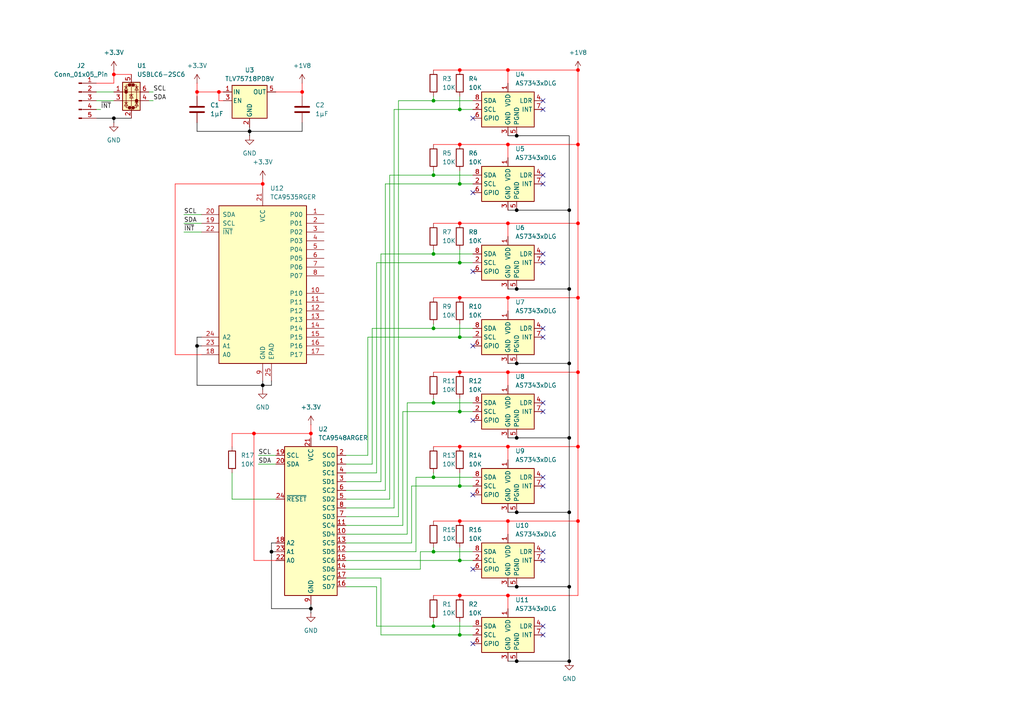
<source format=kicad_sch>
(kicad_sch (version 20250114) (generator "eeschema") (generator_version "9.0")
  (paper "A4")
  (lib_symbols
    (symbol "Connector:Conn_01x05_Pin" (pin_names (offset 1.016) (hide yes))
      (property "Reference" "J" (at 0 7.62 0))
      (property "Value" "Conn_01x05_Pin" (at 0 -7.62 0))
      (symbol "Conn_01x05_Pin_1_1"
        (rectangle (start 0.8636 5.207) (end 0 4.953) (stroke (width 0.1524)) (fill (type outline)))
        (rectangle (start 0.8636 2.667) (end 0 2.413) (stroke (width 0.1524)) (fill (type outline)))
        (rectangle (start 0.8636 0.127) (end 0 -0.127) (stroke (width 0.1524)) (fill (type outline)))
        (rectangle (start 0.8636 -2.413) (end 0 -2.667) (stroke (width 0.1524)) (fill (type outline)))
        (rectangle (start 0.8636 -4.953) (end 0 -5.207) (stroke (width 0.1524)) (fill (type outline)))
        (polyline (pts (xy 1.27 5.08) (xy 0.8636 5.08)) (stroke (width 0.1524)))
        (polyline (pts (xy 1.27 2.54) (xy 0.8636 2.54)) (stroke (width 0.1524)))
        (polyline (pts (xy 1.27 0) (xy 0.8636 0)) (stroke (width 0.1524)))
        (polyline (pts (xy 1.27 -2.54) (xy 0.8636 -2.54)) (stroke (width 0.1524)))
        (polyline (pts (xy 1.27 -5.08) (xy 0.8636 -5.08)) (stroke (width 0.1524)))
        (pin passive line (at 5.08 5.08 180) (length 3.81) (name "Pin_1") (number "1"))
        (pin passive line (at 5.08 2.54 180) (length 3.81) (name "Pin_2") (number "2"))
        (pin passive line (at 5.08 0 180) (length 3.81) (name "Pin_3") (number "3"))
        (pin passive line (at 5.08 -2.54 180) (length 3.81) (name "Pin_4") (number "4"))
        (pin passive line (at 5.08 -5.08 180) (length 3.81) (name "Pin_5") (number "5"))
      )
    )
    (symbol "Device:C" (pin_numbers (hide yes)) (pin_names (offset 0.254))
      (property "Reference" "C" (at 0.635 2.54 0))
      (property "Value" "C" (at 0.635 -2.54 0))
      (symbol "C_0_1"
        (polyline (pts (xy -2.032 0.762) (xy 2.032 0.762)) (stroke (width 0.508)))
        (polyline (pts (xy -2.032 -0.762) (xy 2.032 -0.762)) (stroke (width 0.508)))
      )
      (symbol "C_1_1"
        (pin passive line (at 0 3.81 270) (length 2.794) (name "~") (number "1"))
        (pin passive line (at 0 -3.81 90) (length 2.794) (name "~") (number "2"))
      )
    )
    (symbol "Device:R" (pin_numbers (hide yes)) (pin_names (offset 0))
      (property "Reference" "R" (at 2.032 0 90))
      (property "Value" "R" (at 0 0 90))
      (symbol "R_0_1"
        (rectangle (start -1.016 -2.54) (end 1.016 2.54) (stroke (width 0.254)))
      )
      (symbol "R_1_1"
        (pin passive line (at 0 3.81 270) (length 1.27) (name "~") (number "1"))
        (pin passive line (at 0 -3.81 90) (length 1.27) (name "~") (number "2"))
      )
    )
    (symbol "Interface_Expansion:TCA9535RGER" (pin_names (offset 1.016))
      (property "Reference" "U" (at -11.43 24.13 0))
      (property "Value" "TCA9535RGER" (at 0 0 0))
      (symbol "TCA9535RGER_0_1"
        (rectangle (start -12.7 22.86) (end 12.7 -22.86) (stroke (width 0.254)) (fill (type background)))
      )
      (symbol "TCA9535RGER_1_1"
        (pin bidirectional line (at -17.78 20.32 0) (length 5.08) (name "SDA") (number "20"))
        (pin input line (at -17.78 17.78 0) (length 5.08) (name "SCL") (number "19"))
        (pin open_collector line (at -17.78 15.24 0) (length 5.08) (name "~{INT}") (number "22"))
        (pin input line (at -17.78 -15.24 0) (length 5.08) (name "A2") (number "24"))
        (pin input line (at -17.78 -17.78 0) (length 5.08) (name "A1") (number "23"))
        (pin input line (at -17.78 -20.32 0) (length 5.08) (name "A0") (number "18"))
        (pin power_in line (at 0 27.94 270) (length 5.08) (name "VCC") (number "21"))
        (pin power_in line (at 0 -27.94 90) (length 5.08) (name "GND") (number "9"))
        (pin input line (at 2.54 -27.94 90) (length 5.08) (name "EPAD") (number "25"))
        (pin bidirectional line (at 17.78 20.32 180) (length 5.08) (name "P00") (number "1"))
        (pin bidirectional line (at 17.78 17.78 180) (length 5.08) (name "P01") (number "2"))
        (pin bidirectional line (at 17.78 15.24 180) (length 5.08) (name "P02") (number "3"))
        (pin bidirectional line (at 17.78 12.7 180) (length 5.08) (name "P03") (number "4"))
        (pin bidirectional line (at 17.78 10.16 180) (length 5.08) (name "P04") (number "5"))
        (pin bidirectional line (at 17.78 7.62 180) (length 5.08) (name "P05") (number "6"))
        (pin bidirectional line (at 17.78 5.08 180) (length 5.08) (name "P06") (number "7"))
        (pin bidirectional line (at 17.78 2.54 180) (length 5.08) (name "P07") (number "8"))
        (pin bidirectional line (at 17.78 -2.54 180) (length 5.08) (name "P10") (number "10"))
        (pin bidirectional line (at 17.78 -5.08 180) (length 5.08) (name "P11") (number "11"))
        (pin bidirectional line (at 17.78 -7.62 180) (length 5.08) (name "P12") (number "12"))
        (pin bidirectional line (at 17.78 -10.16 180) (length 5.08) (name "P13") (number "13"))
        (pin bidirectional line (at 17.78 -12.7 180) (length 5.08) (name "P14") (number "14"))
        (pin bidirectional line (at 17.78 -15.24 180) (length 5.08) (name "P15") (number "15"))
        (pin bidirectional line (at 17.78 -17.78 180) (length 5.08) (name "P16") (number "16"))
        (pin bidirectional line (at 17.78 -20.32 180) (length 5.08) (name "P17") (number "17"))
      )
    )
    (symbol "Interface_Expansion:TCA9548ARGER"
      (property "Reference" "U" (at -7.62 21.59 0))
      (property "Value" "TCA9548ARGER" (at 1.016 21.59 0))
      (symbol "TCA9548ARGER_0_1"
        (rectangle (start -7.62 20.32) (end 7.62 -22.86) (stroke (width 0.254)) (fill (type background)))
      )
      (symbol "TCA9548ARGER_1_1"
        (pin input line (at -10.16 17.78 0) (length 2.54) (name "SCL") (number "19"))
        (pin bidirectional line (at -10.16 15.24 0) (length 2.54) (name "SDA") (number "20"))
        (pin input line (at -10.16 5.08 0) (length 2.54) (name "~{RESET}") (number "24"))
        (pin input line (at -10.16 -7.62 0) (length 2.54) (name "A2") (number "18"))
        (pin input line (at -10.16 -10.16 0) (length 2.54) (name "A1") (number "23"))
        (pin input line (at -10.16 -12.7 0) (length 2.54) (name "A0") (number "22"))
        (pin no_connect line (at -7.62 -15.24 0) (length 2.54) (hide yes) (name "1EP") (number "25"))
        (pin power_in line (at 0 22.86 270) (length 2.54) (name "VCC") (number "21"))
        (pin power_in line (at 0 -25.4 90) (length 2.54) (name "GND") (number "9"))
        (pin output line (at 10.16 17.78 180) (length 2.54) (name "SC0") (number "2"))
        (pin bidirectional line (at 10.16 15.24 180) (length 2.54) (name "SD0") (number "1"))
        (pin output line (at 10.16 12.7 180) (length 2.54) (name "SC1") (number "4"))
        (pin bidirectional line (at 10.16 10.16 180) (length 2.54) (name "SD1") (number "3"))
        (pin output line (at 10.16 7.62 180) (length 2.54) (name "SC2") (number "6"))
        (pin bidirectional line (at 10.16 5.08 180) (length 2.54) (name "SD2") (number "5"))
        (pin output line (at 10.16 2.54 180) (length 2.54) (name "SC3") (number "8"))
        (pin bidirectional line (at 10.16 0 180) (length 2.54) (name "SD3") (number "7"))
        (pin output line (at 10.16 -2.54 180) (length 2.54) (name "SC4") (number "11"))
        (pin bidirectional line (at 10.16 -5.08 180) (length 2.54) (name "SD4") (number "10"))
        (pin output line (at 10.16 -7.62 180) (length 2.54) (name "SC5") (number "13"))
        (pin bidirectional line (at 10.16 -10.16 180) (length 2.54) (name "SD5") (number "12"))
        (pin output line (at 10.16 -12.7 180) (length 2.54) (name "SC6") (number "15"))
        (pin bidirectional line (at 10.16 -15.24 180) (length 2.54) (name "SD6") (number "14"))
        (pin output line (at 10.16 -17.78 180) (length 2.54) (name "SC7") (number "17"))
        (pin bidirectional line (at 10.16 -20.32 180) (length 2.54) (name "SD7") (number "16"))
      )
    )
    (symbol "Power_Protection:USBLC6-2SC6" (pin_names (hide yes))
      (property "Reference" "U" (at 0.635 5.715 0))
      (property "Value" "USBLC6-2SC6" (at 0.635 3.81 0))
      (symbol "USBLC6-2SC6_0_0"
        (circle (center -1.524 0) (radius 0.0001) (stroke (width 0.508)))
        (circle (center -0.508 2.032) (radius 0.0001) (stroke (width 0.508)))
        (circle (center -0.508 -4.572) (radius 0.0001) (stroke (width 0.508)))
        (circle (center 0.508 2.032) (radius 0.0001) (stroke (width 0.508)))
        (circle (center 0.508 -4.572) (radius 0.0001) (stroke (width 0.508)))
        (circle (center 1.524 -2.54) (radius 0.0001) (stroke (width 0.508)))
      )
      (symbol "USBLC6-2SC6_0_1"
        (polyline (pts (xy -2.54 0) (xy 2.54 0)))
        (polyline (pts (xy -2.54 -2.54) (xy 2.54 -2.54)))
        (polyline (pts (xy -2.032 0.508) (xy -1.016 0.508) (xy -1.524 1.524) (xy -2.032 0.508)))
        (polyline (pts (xy -2.032 -3.048) (xy -1.016 -3.048)))
        (polyline (pts (xy -1.016 1.524) (xy -2.032 1.524)))
        (polyline (pts (xy -1.016 -4.064) (xy -2.032 -4.064) (xy -1.524 -3.048) (xy -1.016 -4.064)))
        (polyline (pts (xy -0.508 -1.143) (xy -0.508 -0.762) (xy 0.508 -0.762)))
        (polyline (pts (xy 0 2.54) (xy -0.508 2.032) (xy 0.508 2.032) (xy 0 1.524) (xy 0 -4.064) (xy -0.508 -4.572) (xy 0.508 -4.572) (xy 0 -5.08)))
        (polyline (pts (xy 0.508 -1.778) (xy -0.508 -1.778) (xy 0 -0.762) (xy 0.508 -1.778)))
        (polyline (pts (xy 1.016 1.524) (xy 2.032 1.524)))
        (polyline (pts (xy 1.016 -3.048) (xy 2.032 -3.048)))
        (polyline (pts (xy 2.032 0.508) (xy 1.016 0.508) (xy 1.524 1.524) (xy 2.032 0.508)))
        (polyline (pts (xy 2.032 -4.064) (xy 1.016 -4.064) (xy 1.524 -3.048) (xy 2.032 -4.064)))
      )
      (symbol "USBLC6-2SC6_1_1"
        (rectangle (start -2.54 2.794) (end 2.54 -5.334) (stroke (width 0.254)) (fill (type background)))
        (polyline (pts (xy -0.508 2.032) (xy -1.524 2.032) (xy -1.524 -4.572) (xy -0.508 -4.572)))
        (polyline (pts (xy 0.508 -4.572) (xy 1.524 -4.572) (xy 1.524 2.032) (xy 0.508 2.032)))
        (pin passive line (at -5.08 0 0) (length 2.54) (name "I/O1") (number "1"))
        (pin passive line (at -5.08 -2.54 0) (length 2.54) (name "I/O2") (number "3"))
        (pin passive line (at 0 5.08 270) (length 2.54) (name "VBUS") (number "5"))
        (pin passive line (at 0 -7.62 90) (length 2.54) (name "GND") (number "2"))
        (pin passive line (at 5.08 0 180) (length 2.54) (name "I/O1") (number "6"))
        (pin passive line (at 5.08 -2.54 180) (length 2.54) (name "I/O2") (number "4"))
      )
    )
    (symbol "Regulator_Linear:TLV75718PDBV" (pin_names (offset 0.254))
      (property "Reference" "U" (at -3.81 5.715 0))
      (property "Value" "TLV75718PDBV" (at 0 5.715 0))
      (symbol "TLV75718PDBV_0_1"
        (rectangle (start -5.08 4.445) (end 5.08 -5.08) (stroke (width 0.254)) (fill (type background)))
      )
      (symbol "TLV75718PDBV_1_1"
        (pin power_in line (at -7.62 2.54 0) (length 2.54) (name "IN") (number "1"))
        (pin input line (at -7.62 0 0) (length 2.54) (name "EN") (number "3"))
        (pin power_in line (at 0 -7.62 90) (length 2.54) (name "GND") (number "2"))
        (pin no_connect line (at 5.08 0 180) (length 2.54) (hide yes) (name "NC") (number "4"))
        (pin power_out line (at 7.62 2.54 180) (length 2.54) (name "OUT") (number "5"))
      )
    )
    (symbol "Sensor_Optical:AS7343xDLG"
      (property "Reference" "U" (at -2.54 8.255 0))
      (property "Value" "AS7343xDLG" (at -2.54 6.35 0))
      (symbol "AS7343xDLG_0_1"
        (rectangle (start -7.62 5.08) (end 7.62 -5.08) (stroke (width 0.254)) (fill (type background)))
      )
      (symbol "AS7343xDLG_1_1"
        (pin bidirectional line (at -10.16 2.54 0) (length 2.54) (name "SDA") (number "8"))
        (pin input line (at -10.16 0 0) (length 2.54) (name "SCL") (number "2"))
        (pin input line (at -10.16 -2.54 0) (length 2.54) (name "GPIO") (number "6"))
        (pin power_in line (at 0 7.62 270) (length 2.54) (name "VDD") (number "1"))
        (pin power_in line (at 0 -7.62 90) (length 2.54) (name "GND") (number "3"))
        (pin power_in line (at 2.54 -7.62 90) (length 2.54) (name "PGND") (number "5"))
        (pin passive line (at 10.16 2.54 180) (length 2.54) (name "LDR") (number "4"))
        (pin open_collector line (at 10.16 0 180) (length 2.54) (name "INT") (number "7"))
      )
    )
    (symbol "power:+1V8" (power) (pin_numbers (hide yes)) (pin_names (offset 0) (hide yes))
      (property "Value" "+1V8" (at 0 3.556 0))
      (symbol "+1V8_0_1"
        (polyline (pts (xy -0.762 1.27) (xy 0 2.54)))
        (polyline (pts (xy 0 2.54) (xy 0.762 1.27)))
        (polyline (pts (xy 0 0) (xy 0 2.54)))
      )
      (symbol "+1V8_1_1"
        (pin power_in line (at 0 0 90) (length 0) (name "~") (number "1"))
      )
    )
    (symbol "power:+3.3V" (power) (pin_numbers (hide yes)) (pin_names (offset 0) (hide yes))
      (property "Value" "+3.3V" (at 0 3.556 0))
      (symbol "+3.3V_0_1"
        (polyline (pts (xy -0.762 1.27) (xy 0 2.54)))
        (polyline (pts (xy 0 2.54) (xy 0.762 1.27)))
        (polyline (pts (xy 0 0) (xy 0 2.54)))
      )
      (symbol "+3.3V_1_1"
        (pin power_in line (at 0 0 90) (length 0) (name "~") (number "1"))
      )
    )
    (symbol "power:GND" (power) (pin_numbers (hide yes)) (pin_names (offset 0) (hide yes))
      (property "Value" "GND" (at 0 -3.81 0))
      (symbol "GND_0_1"
        (polyline (pts (xy 0 0) (xy 0 -1.27) (xy 1.27 -1.27) (xy 0 -2.54) (xy -1.27 -1.27) (xy 0 -1.27)))
      )
      (symbol "GND_1_1"
        (pin power_in line (at 0 0 270) (length 0) (name "~") (number "1"))
      )
    )
  )
  (junction (at 167.64 20.32) (color 255 0 0 1))
  (junction (at 147.32 172.72) (color 255 0 0 1))
  (junction (at 149.86 39.37) (color 0 0 0 1))
  (junction (at 133.35 172.72) (color 255 0 0 1))
  (junction (at 165.1 83.82) (color 0 0 0 1))
  (junction (at 149.86 170.18) (color 0 0 0 1))
  (junction (at 90.17 125.73) (color 255 0 0 1))
  (junction (at 57.15 26.67) (color 255 0 0 1))
  (junction (at 125.73 50.8))
  (junction (at 149.86 191.77) (color 0 0 0 1))
  (junction (at 133.35 129.54) (color 255 0 0 1))
  (junction (at 133.35 119.38))
  (junction (at 125.73 95.25))
  (junction (at 133.35 64.77) (color 255 0 0 1))
  (junction (at 125.73 73.66))
  (junction (at 147.32 107.95) (color 255 0 0 1))
  (junction (at 167.64 129.54) (color 255 0 0 1))
  (junction (at 149.86 148.59) (color 0 0 0 1))
  (junction (at 167.64 107.95) (color 255 0 0 1))
  (junction (at 167.64 151.13) (color 255 0 0 1))
  (junction (at 133.35 53.34))
  (junction (at 167.64 41.91) (color 255 0 0 1))
  (junction (at 147.32 151.13) (color 255 0 0 1))
  (junction (at 149.86 105.41) (color 0 0 0 1))
  (junction (at 33.02 21.59) (color 255 0 0 1))
  (junction (at 78.74 160.02) (color 0 0 0 1))
  (junction (at 165.1 127) (color 0 0 0 1))
  (junction (at 63.5 26.67) (color 255 0 0 1))
  (junction (at 133.35 151.13) (color 255 0 0 1))
  (junction (at 167.64 86.36) (color 255 0 0 1))
  (junction (at 167.64 64.77) (color 255 0 0 1))
  (junction (at 133.35 140.97))
  (junction (at 149.86 127) (color 0 0 0 1))
  (junction (at 125.73 138.43))
  (junction (at 133.35 31.75))
  (junction (at 147.32 41.91) (color 255 0 0 1))
  (junction (at 165.1 170.18) (color 0 0 0 1))
  (junction (at 76.2 111.76) (color 0 0 0 1))
  (junction (at 125.73 181.61))
  (junction (at 125.73 160.02))
  (junction (at 87.63 26.67) (color 255 0 0 1))
  (junction (at 73.66 125.73) (color 255 0 0 1))
  (junction (at 165.1 191.77) (color 0 0 0 1))
  (junction (at 133.35 20.32) (color 255 0 0 1))
  (junction (at 33.02 34.29) (color 0 0 0 1))
  (junction (at 149.86 83.82) (color 0 0 0 1))
  (junction (at 76.2 53.34) (color 255 0 0 1))
  (junction (at 147.32 86.36) (color 255 0 0 1))
  (junction (at 72.39 38.1) (color 0 0 0 1))
  (junction (at 147.32 64.77) (color 255 0 0 1))
  (junction (at 125.73 29.21))
  (junction (at 165.1 105.41) (color 0 0 0 1))
  (junction (at 165.1 60.96) (color 0 0 0 1))
  (junction (at 133.35 162.56))
  (junction (at 147.32 20.32) (color 255 0 0 1))
  (junction (at 90.17 176.53) (color 0 0 0 1))
  (junction (at 149.86 60.96) (color 0 0 0 1))
  (junction (at 133.35 184.15))
  (junction (at 133.35 97.79))
  (junction (at 165.1 148.59) (color 0 0 0 1))
  (junction (at 125.73 116.84))
  (junction (at 147.32 129.54) (color 255 0 0 1))
  (junction (at 57.15 100.33) (color 0 0 0 1))
  (junction (at 133.35 41.91) (color 255 0 0 1))
  (junction (at 133.35 86.36) (color 255 0 0 1))
  (junction (at 133.35 107.95) (color 255 0 0 1))
  (junction (at 133.35 76.2))
  (no_connect (at 137.16 143.51))
  (no_connect (at 157.48 116.84))
  (no_connect (at 157.48 181.61))
  (no_connect (at 137.16 78.74))
  (no_connect (at 137.16 55.88))
  (no_connect (at 157.48 73.66))
  (no_connect (at 137.16 100.33))
  (no_connect (at 137.16 121.92))
  (no_connect (at 157.48 50.8))
  (no_connect (at 137.16 34.29))
  (no_connect (at 157.48 184.15))
  (no_connect (at 157.48 138.43))
  (no_connect (at 157.48 162.56))
  (no_connect (at 157.48 76.2))
  (no_connect (at 157.48 97.79))
  (no_connect (at 157.48 29.21))
  (no_connect (at 137.16 165.1))
  (no_connect (at 157.48 140.97))
  (no_connect (at 137.16 186.69))
  (no_connect (at 157.48 119.38))
  (no_connect (at 157.48 53.34))
  (no_connect (at 157.48 31.75))
  (no_connect (at 157.48 160.02))
  (no_connect (at 157.48 95.25))
  (wire (pts (xy 110.49 139.7) (xy 110.49 73.66)))
  (wire (pts (xy 147.32 45.72) (xy 147.32 41.91)) (stroke (width 0) (color 255 0 0 1)))
  (wire (pts (xy 114.3 31.75) (xy 133.35 31.75)))
  (wire (pts (xy 119.38 157.48) (xy 100.33 157.48)))
  (wire (pts (xy 137.16 53.34) (xy 133.35 53.34)))
  (wire (pts (xy 167.64 172.72) (xy 167.64 151.13)) (stroke (width 0) (color 255 0 0 1)))
  (wire (pts (xy 33.02 34.29) (xy 27.94 34.29)) (stroke (width 0) (color 0 0 0 1)))
  (wire (pts (xy 27.94 29.21) (xy 33.02 29.21)))
  (wire (pts (xy 147.32 151.13) (xy 147.32 154.94)) (stroke (width 0) (color 255 0 0 1)))
  (wire (pts (xy 64.77 29.21) (xy 63.5 29.21)) (stroke (width 0) (color 255 0 0 1)))
  (wire (pts (xy 125.73 160.02) (xy 121.92 160.02)))
  (wire (pts (xy 133.35 20.32) (xy 147.32 20.32)) (stroke (width 0) (color 255 0 0 1)))
  (wire (pts (xy 50.8 53.34) (xy 50.8 102.87)) (stroke (width 0) (color 255 0 0 1)))
  (wire (pts (xy 120.65 160.02) (xy 100.33 160.02)))
  (wire (pts (xy 167.64 129.54) (xy 167.64 107.95)) (stroke (width 0) (color 255 0 0 1)))
  (wire (pts (xy 90.17 125.73) (xy 73.66 125.73)) (stroke (width 0) (color 255 0 0 1)))
  (wire (pts (xy 87.63 38.1) (xy 87.63 35.56)) (stroke (width 0) (color 0 0 0 1)))
  (wire (pts (xy 147.32 148.59) (xy 149.86 148.59)) (stroke (width 0) (color 0 0 0 1)))
  (wire (pts (xy 73.66 125.73) (xy 73.66 162.56)) (stroke (width 0) (color 255 0 0 1)))
  (wire (pts (xy 133.35 27.94) (xy 133.35 31.75)))
  (wire (pts (xy 33.02 21.59) (xy 38.1 21.59)) (stroke (width 0) (color 255 0 0 1)))
  (wire (pts (xy 76.2 53.34) (xy 50.8 53.34)) (stroke (width 0) (color 255 0 0 1)))
  (wire (pts (xy 125.73 158.75) (xy 125.73 160.02)))
  (wire (pts (xy 133.35 86.36) (xy 147.32 86.36)) (stroke (width 0) (color 255 0 0 1)))
  (wire (pts (xy 78.74 111.76) (xy 76.2 111.76)) (stroke (width 0) (color 0 0 0 1)))
  (wire (pts (xy 125.73 86.36) (xy 133.35 86.36)) (stroke (width 0) (color 255 0 0 1)))
  (wire (pts (xy 43.18 26.67) (xy 44.45 26.67)))
  (wire (pts (xy 72.39 36.83) (xy 72.39 38.1)) (stroke (width 0) (color 0 0 0 1)))
  (wire (pts (xy 57.15 97.79) (xy 57.15 100.33)) (stroke (width 0) (color 0 0 0 1)))
  (wire (pts (xy 90.17 175.26) (xy 90.17 176.53)) (stroke (width 0) (color 0 0 0 1)))
  (wire (pts (xy 167.64 107.95) (xy 167.64 86.36)) (stroke (width 0) (color 255 0 0 1)))
  (wire (pts (xy 57.15 24.13) (xy 57.15 26.67)) (stroke (width 0) (color 255 0 0 1)))
  (wire (pts (xy 125.73 41.91) (xy 133.35 41.91)) (stroke (width 0) (color 255 0 0 1)))
  (wire (pts (xy 133.35 107.95) (xy 147.32 107.95)) (stroke (width 0) (color 255 0 0 1)))
  (wire (pts (xy 87.63 26.67) (xy 87.63 27.94)) (stroke (width 0) (color 255 0 0 1)))
  (wire (pts (xy 149.86 127) (xy 165.1 127)) (stroke (width 0) (color 0 0 0 1)))
  (wire (pts (xy 137.16 116.84) (xy 125.73 116.84)))
  (wire (pts (xy 125.73 93.98) (xy 125.73 95.25)))
  (wire (pts (xy 137.16 138.43) (xy 125.73 138.43)))
  (wire (pts (xy 125.73 50.8) (xy 137.16 50.8)))
  (wire (pts (xy 167.64 151.13) (xy 167.64 129.54)) (stroke (width 0) (color 255 0 0 1)))
  (wire (pts (xy 125.73 180.34) (xy 125.73 181.61)))
  (wire (pts (xy 137.16 76.2) (xy 133.35 76.2)))
  (wire (pts (xy 107.95 95.25) (xy 125.73 95.25)))
  (wire (pts (xy 147.32 41.91) (xy 167.64 41.91)) (stroke (width 0) (color 255 0 0 1)))
  (wire (pts (xy 125.73 116.84) (xy 118.11 116.84)))
  (wire (pts (xy 114.3 147.32) (xy 114.3 31.75)))
  (wire (pts (xy 74.93 132.08) (xy 80.01 132.08)))
  (wire (pts (xy 53.34 62.23) (xy 58.42 62.23)))
  (wire (pts (xy 165.1 60.96) (xy 165.1 83.82)) (stroke (width 0) (color 0 0 0 1)))
  (wire (pts (xy 100.33 132.08) (xy 106.68 132.08)))
  (wire (pts (xy 57.15 35.56) (xy 57.15 38.1)) (stroke (width 0) (color 0 0 0 1)))
  (wire (pts (xy 73.66 162.56) (xy 80.01 162.56)) (stroke (width 0) (color 255 0 0 1)))
  (wire (pts (xy 125.73 151.13) (xy 133.35 151.13)) (stroke (width 0) (color 255 0 0 1)))
  (wire (pts (xy 167.64 151.13) (xy 147.32 151.13)) (stroke (width 0) (color 255 0 0 1)))
  (wire (pts (xy 147.32 64.77) (xy 167.64 64.77)) (stroke (width 0) (color 255 0 0 1)))
  (wire (pts (xy 109.22 137.16) (xy 100.33 137.16)))
  (wire (pts (xy 133.35 115.57) (xy 133.35 119.38)))
  (wire (pts (xy 111.76 142.24) (xy 100.33 142.24)))
  (wire (pts (xy 149.86 191.77) (xy 165.1 191.77)) (stroke (width 0) (color 0 0 0 1)))
  (wire (pts (xy 147.32 133.35) (xy 147.32 129.54)) (stroke (width 0) (color 255 0 0 1)))
  (wire (pts (xy 72.39 38.1) (xy 72.39 39.37)) (stroke (width 0) (color 0 0 0 1)))
  (wire (pts (xy 133.35 41.91) (xy 147.32 41.91)) (stroke (width 0) (color 255 0 0 1)))
  (wire (pts (xy 115.57 149.86) (xy 100.33 149.86)))
  (wire (pts (xy 133.35 119.38) (xy 116.84 119.38)))
  (wire (pts (xy 113.03 50.8) (xy 113.03 144.78)))
  (wire (pts (xy 76.2 110.49) (xy 76.2 111.76)) (stroke (width 0) (color 0 0 0 1)))
  (wire (pts (xy 125.73 20.32) (xy 133.35 20.32)) (stroke (width 0) (color 255 0 0 1)))
  (wire (pts (xy 125.73 172.72) (xy 133.35 172.72)) (stroke (width 0) (color 255 0 0 1)))
  (wire (pts (xy 87.63 24.13) (xy 87.63 26.67)) (stroke (width 0) (color 255 0 0 1)))
  (wire (pts (xy 109.22 76.2) (xy 133.35 76.2)))
  (wire (pts (xy 57.15 111.76) (xy 76.2 111.76)) (stroke (width 0) (color 0 0 0 1)))
  (wire (pts (xy 72.39 38.1) (xy 87.63 38.1)) (stroke (width 0) (color 0 0 0 1)))
  (wire (pts (xy 116.84 152.4) (xy 100.33 152.4)))
  (wire (pts (xy 57.15 100.33) (xy 57.15 111.76)) (stroke (width 0) (color 0 0 0 1)))
  (wire (pts (xy 147.32 172.72) (xy 167.64 172.72)) (stroke (width 0) (color 255 0 0 1)))
  (wire (pts (xy 165.1 127) (xy 165.1 148.59)) (stroke (width 0) (color 0 0 0 1)))
  (wire (pts (xy 114.3 147.32) (xy 100.33 147.32)))
  (wire (pts (xy 100.33 144.78) (xy 113.03 144.78)))
  (wire (pts (xy 125.73 72.39) (xy 125.73 73.66)))
  (wire (pts (xy 109.22 170.18) (xy 100.33 170.18)))
  (wire (pts (xy 53.34 64.77) (xy 58.42 64.77)))
  (wire (pts (xy 33.02 34.29) (xy 33.02 35.56)) (stroke (width 0) (color 0 0 0 1)))
  (wire (pts (xy 106.68 132.08) (xy 106.68 97.79)))
  (wire (pts (xy 74.93 134.62) (xy 80.01 134.62)))
  (wire (pts (xy 133.35 49.53) (xy 133.35 53.34)))
  (wire (pts (xy 137.16 184.15) (xy 133.35 184.15)))
  (wire (pts (xy 57.15 100.33) (xy 58.42 100.33)) (stroke (width 0) (color 0 0 0 1)))
  (wire (pts (xy 125.73 107.95) (xy 133.35 107.95)) (stroke (width 0) (color 255 0 0 1)))
  (wire (pts (xy 167.64 41.91) (xy 167.64 20.32)) (stroke (width 0) (color 255 0 0 1)))
  (wire (pts (xy 137.16 140.97) (xy 133.35 140.97)))
  (wire (pts (xy 58.42 97.79) (xy 57.15 97.79)) (stroke (width 0) (color 0 0 0 1)))
  (wire (pts (xy 125.73 137.16) (xy 125.73 138.43)))
  (wire (pts (xy 147.32 191.77) (xy 149.86 191.77)) (stroke (width 0) (color 0 0 0 1)))
  (wire (pts (xy 147.32 176.53) (xy 147.32 172.72)) (stroke (width 0) (color 255 0 0 1)))
  (wire (pts (xy 149.86 83.82) (xy 165.1 83.82)) (stroke (width 0) (color 0 0 0 1)))
  (wire (pts (xy 133.35 72.39) (xy 133.35 76.2)))
  (wire (pts (xy 57.15 38.1) (xy 72.39 38.1)) (stroke (width 0) (color 0 0 0 1)))
  (wire (pts (xy 167.64 86.36) (xy 167.64 64.77)) (stroke (width 0) (color 255 0 0 1)))
  (wire (pts (xy 125.73 29.21) (xy 137.16 29.21)))
  (wire (pts (xy 76.2 111.76) (xy 76.2 113.03)) (stroke (width 0) (color 0 0 0 1)))
  (wire (pts (xy 133.35 162.56) (xy 137.16 162.56)))
  (wire (pts (xy 133.35 180.34) (xy 133.35 184.15)))
  (wire (pts (xy 133.35 129.54) (xy 147.32 129.54)) (stroke (width 0) (color 255 0 0 1)))
  (wire (pts (xy 53.34 67.31) (xy 58.42 67.31)))
  (wire (pts (xy 90.17 125.73) (xy 90.17 127)) (stroke (width 0) (color 255 0 0 1)))
  (wire (pts (xy 149.86 39.37) (xy 165.1 39.37)) (stroke (width 0) (color 0 0 0 1)))
  (wire (pts (xy 149.86 105.41) (xy 165.1 105.41)) (stroke (width 0) (color 0 0 0 1)))
  (wire (pts (xy 27.94 31.75) (xy 29.21 31.75)))
  (wire (pts (xy 133.35 151.13) (xy 147.32 151.13)) (stroke (width 0) (color 255 0 0 1)))
  (wire (pts (xy 147.32 170.18) (xy 149.86 170.18)) (stroke (width 0) (color 0 0 0 1)))
  (wire (pts (xy 78.74 160.02) (xy 78.74 157.48)) (stroke (width 0) (color 0 0 0 1)))
  (wire (pts (xy 125.73 138.43) (xy 120.65 138.43)))
  (wire (pts (xy 63.5 26.67) (xy 64.77 26.67)) (stroke (width 0) (color 255 0 0 1)))
  (wire (pts (xy 57.15 26.67) (xy 57.15 27.94)) (stroke (width 0) (color 255 0 0 1)))
  (wire (pts (xy 100.33 139.7) (xy 110.49 139.7)))
  (wire (pts (xy 125.73 181.61) (xy 109.22 181.61)))
  (wire (pts (xy 33.02 21.59) (xy 33.02 24.13)) (stroke (width 0) (color 255 0 0 1)))
  (wire (pts (xy 100.33 162.56) (xy 133.35 162.56)))
  (wire (pts (xy 137.16 119.38) (xy 133.35 119.38)))
  (wire (pts (xy 125.73 49.53) (xy 125.73 50.8)))
  (wire (pts (xy 165.1 148.59) (xy 165.1 170.18)) (stroke (width 0) (color 0 0 0 1)))
  (wire (pts (xy 167.64 64.77) (xy 167.64 41.91)) (stroke (width 0) (color 255 0 0 1)))
  (wire (pts (xy 165.1 83.82) (xy 165.1 105.41)) (stroke (width 0) (color 0 0 0 1)))
  (wire (pts (xy 147.32 127) (xy 149.86 127)) (stroke (width 0) (color 0 0 0 1)))
  (wire (pts (xy 109.22 137.16) (xy 109.22 76.2)))
  (wire (pts (xy 113.03 50.8) (xy 125.73 50.8)))
  (wire (pts (xy 149.86 148.59) (xy 165.1 148.59)) (stroke (width 0) (color 0 0 0 1)))
  (wire (pts (xy 125.73 115.57) (xy 125.73 116.84)))
  (wire (pts (xy 90.17 123.19) (xy 90.17 125.73)) (stroke (width 0) (color 255 0 0 1)))
  (wire (pts (xy 33.02 24.13) (xy 27.94 24.13)) (stroke (width 0) (color 255 0 0 1)))
  (wire (pts (xy 78.74 110.49) (xy 78.74 111.76)) (stroke (width 0) (color 0 0 0 1)))
  (wire (pts (xy 125.73 27.94) (xy 125.73 29.21)))
  (wire (pts (xy 78.74 160.02) (xy 78.74 176.53)) (stroke (width 0) (color 0 0 0 1)))
  (wire (pts (xy 147.32 24.13) (xy 147.32 20.32)) (stroke (width 0) (color 255 0 0 1)))
  (wire (pts (xy 133.35 137.16) (xy 133.35 140.97)))
  (wire (pts (xy 133.35 64.77) (xy 147.32 64.77)) (stroke (width 0) (color 255 0 0 1)))
  (wire (pts (xy 118.11 116.84) (xy 118.11 154.94)))
  (wire (pts (xy 147.32 86.36) (xy 167.64 86.36)) (stroke (width 0) (color 255 0 0 1)))
  (wire (pts (xy 78.74 160.02) (xy 80.01 160.02)) (stroke (width 0) (color 0 0 0 1)))
  (wire (pts (xy 110.49 167.64) (xy 100.33 167.64)))
  (wire (pts (xy 165.1 105.41) (xy 165.1 127)) (stroke (width 0) (color 0 0 0 1)))
  (wire (pts (xy 67.31 144.78) (xy 80.01 144.78)))
  (wire (pts (xy 120.65 138.43) (xy 120.65 160.02)))
  (wire (pts (xy 147.32 39.37) (xy 149.86 39.37)) (stroke (width 0) (color 0 0 0 1)))
  (wire (pts (xy 147.32 129.54) (xy 167.64 129.54)) (stroke (width 0) (color 255 0 0 1)))
  (wire (pts (xy 73.66 125.73) (xy 67.31 125.73)) (stroke (width 0) (color 255 0 0 1)))
  (wire (pts (xy 111.76 53.34) (xy 133.35 53.34)))
  (wire (pts (xy 90.17 176.53) (xy 78.74 176.53)) (stroke (width 0) (color 0 0 0 1)))
  (wire (pts (xy 116.84 119.38) (xy 116.84 152.4)))
  (wire (pts (xy 147.32 107.95) (xy 147.32 111.76)) (stroke (width 0) (color 255 0 0 1)))
  (wire (pts (xy 110.49 73.66) (xy 125.73 73.66)))
  (wire (pts (xy 133.35 172.72) (xy 147.32 172.72)) (stroke (width 0) (color 255 0 0 1)))
  (wire (pts (xy 149.86 60.96) (xy 165.1 60.96)) (stroke (width 0) (color 0 0 0 1)))
  (wire (pts (xy 125.73 64.77) (xy 133.35 64.77)) (stroke (width 0) (color 255 0 0 1)))
  (wire (pts (xy 125.73 181.61) (xy 137.16 181.61)))
  (wire (pts (xy 27.94 26.67) (xy 33.02 26.67)))
  (wire (pts (xy 147.32 90.17) (xy 147.32 86.36)) (stroke (width 0) (color 255 0 0 1)))
  (wire (pts (xy 121.92 165.1) (xy 100.33 165.1)))
  (wire (pts (xy 133.35 140.97) (xy 119.38 140.97)))
  (wire (pts (xy 133.35 158.75) (xy 133.35 162.56)))
  (wire (pts (xy 118.11 154.94) (xy 100.33 154.94)))
  (wire (pts (xy 57.15 26.67) (xy 63.5 26.67)) (stroke (width 0) (color 255 0 0 1)))
  (wire (pts (xy 133.35 93.98) (xy 133.35 97.79)))
  (wire (pts (xy 63.5 29.21) (xy 63.5 26.67)) (stroke (width 0) (color 255 0 0 1)))
  (wire (pts (xy 147.32 105.41) (xy 149.86 105.41)) (stroke (width 0) (color 0 0 0 1)))
  (wire (pts (xy 137.16 160.02) (xy 125.73 160.02)))
  (wire (pts (xy 147.32 68.58) (xy 147.32 64.77)) (stroke (width 0) (color 255 0 0 1)))
  (wire (pts (xy 147.32 60.96) (xy 149.86 60.96)) (stroke (width 0) (color 0 0 0 1)))
  (wire (pts (xy 76.2 52.07) (xy 76.2 53.34)) (stroke (width 0) (color 255 0 0 1)))
  (wire (pts (xy 43.18 29.21) (xy 44.45 29.21)))
  (wire (pts (xy 121.92 160.02) (xy 121.92 165.1)))
  (wire (pts (xy 165.1 39.37) (xy 165.1 60.96)) (stroke (width 0) (color 0 0 0 1)))
  (wire (pts (xy 165.1 170.18) (xy 165.1 191.77)) (stroke (width 0) (color 0 0 0 1)))
  (wire (pts (xy 149.86 170.18) (xy 165.1 170.18)) (stroke (width 0) (color 0 0 0 1)))
  (wire (pts (xy 67.31 137.16) (xy 67.31 144.78)))
  (wire (pts (xy 109.22 181.61) (xy 109.22 170.18)))
  (wire (pts (xy 100.33 134.62) (xy 107.95 134.62)))
  (wire (pts (xy 115.57 29.21) (xy 115.57 149.86)))
  (wire (pts (xy 115.57 29.21) (xy 125.73 29.21)))
  (wire (pts (xy 133.35 184.15) (xy 110.49 184.15)))
  (wire (pts (xy 147.32 20.32) (xy 167.64 20.32)) (stroke (width 0) (color 255 0 0 1)))
  (wire (pts (xy 137.16 97.79) (xy 133.35 97.79)))
  (wire (pts (xy 137.16 95.25) (xy 125.73 95.25)))
  (wire (pts (xy 78.74 157.48) (xy 80.01 157.48)) (stroke (width 0) (color 0 0 0 1)))
  (wire (pts (xy 111.76 142.24) (xy 111.76 53.34)))
  (wire (pts (xy 167.64 107.95) (xy 147.32 107.95)) (stroke (width 0) (color 255 0 0 1)))
  (wire (pts (xy 33.02 20.32) (xy 33.02 21.59)) (stroke (width 0) (color 255 0 0 1)))
  (wire (pts (xy 33.02 34.29) (xy 38.1 34.29)) (stroke (width 0) (color 0 0 0 1)))
  (wire (pts (xy 125.73 73.66) (xy 137.16 73.66)))
  (wire (pts (xy 76.2 53.34) (xy 76.2 54.61)) (stroke (width 0) (color 255 0 0 1)))
  (wire (pts (xy 133.35 31.75) (xy 137.16 31.75)))
  (wire (pts (xy 119.38 140.97) (xy 119.38 157.48)))
  (wire (pts (xy 110.49 184.15) (xy 110.49 167.64)))
  (wire (pts (xy 90.17 176.53) (xy 90.17 177.8)) (stroke (width 0) (color 0 0 0 1)))
  (wire (pts (xy 147.32 83.82) (xy 149.86 83.82)) (stroke (width 0) (color 0 0 0 1)))
  (wire (pts (xy 107.95 95.25) (xy 107.95 134.62)))
  (wire (pts (xy 125.73 129.54) (xy 133.35 129.54)) (stroke (width 0) (color 255 0 0 1)))
  (wire (pts (xy 50.8 102.87) (xy 58.42 102.87)) (stroke (width 0) (color 255 0 0 1)))
  (wire (pts (xy 106.68 97.79) (xy 133.35 97.79)))
  (wire (pts (xy 87.63 26.67) (xy 80.01 26.67)) (stroke (width 0) (color 255 0 0 1)))
  (wire (pts (xy 67.31 125.73) (xy 67.31 129.54)) (stroke (width 0) (color 255 0 0 1)))
  (label "SCL" (at 53.34 62.23 0))
  (label "SCL" (at 74.93 132.08 0))
  (label "SDA" (at 74.93 134.62 0))
  (label "~{INT}" (at 53.34 67.31 0))
  (label "SDA" (at 44.45 29.21 0))
  (label "SDA" (at 53.34 64.77 0))
  (label "~{INT}" (at 29.21 31.75 0))
  (label "SCL" (at 44.45 26.67 0))
  (symbol (lib_id "Device:R") (at 133.35 154.94 0) (unit 1)
    (property "Reference" "R16" (at 135.89 153.6699 0) (effects (justify left)))
    (property "Value" "10K" (at 135.89 156.2099 0) (effects (justify left)))
    (property "Footprint" "Resistor_SMD:R_0603_1608Metric" (effects (hide yes)))
    (property "Description" "Resistor" (effects (hide yes)))
  )
  (symbol (lib_id "power:GND") (at 72.39 39.37 0) (unit 1)
    (property "Reference" "#PWR04" (effects (hide yes)))
    (property "Value" "GND" (at 72.39 44.45 0))
    (property "Description" "Power symbol creates a global label with name \"GND\" , ground" (effects (hide yes)))
  )
  (symbol (lib_id "Device:R") (at 125.73 111.76 0) (unit 1)
    (property "Reference" "R11" (at 128.27 110.4899 0) (effects (justify left)))
    (property "Value" "10K" (at 128.27 113.0299 0) (effects (justify left)))
    (property "Footprint" "Resistor_SMD:R_0603_1608Metric" (effects (hide yes)))
    (property "Description" "Resistor" (effects (hide yes)))
  )
  (symbol (lib_id "Device:R") (at 125.73 154.94 0) (unit 1)
    (property "Reference" "R15" (at 128.27 153.6699 0) (effects (justify left)))
    (property "Value" "10K" (at 128.27 156.2099 0) (effects (justify left)))
    (property "Footprint" "Resistor_SMD:R_0603_1608Metric" (effects (hide yes)))
    (property "Description" "Resistor" (effects (hide yes)))
  )
  (symbol (lib_id "Device:C") (at 87.63 31.75 0) (unit 1)
    (property "Reference" "C2" (at 91.44 30.4799 0) (effects (justify left)))
    (property "Value" "1µF" (at 91.44 33.0199 0) (effects (justify left)))
    (property "Footprint" "Capacitor_SMD:C_0603_1608Metric" (effects (hide yes)))
    (property "Description" "Unpolarized capacitor" (effects (hide yes)))
  )
  (symbol (lib_id "Device:R") (at 67.31 133.35 0) (unit 1)
    (property "Reference" "R17" (at 69.85 132.0799 0) (effects (justify left)))
    (property "Value" "10K" (at 69.85 134.6199 0) (effects (justify left)))
    (property "Footprint" "Resistor_SMD:R_0603_1608Metric" (effects (hide yes)))
    (property "Description" "Resistor" (effects (hide yes)))
  )
  (symbol (lib_id "Sensor_Optical:AS7343xDLG") (at 147.32 162.56 0) (unit 1)
    (property "Reference" "U10" (at 149.4633 152.4 0) (effects (justify left)))
    (property "Value" "AS7343xDLG" (at 149.4633 154.94 0) (effects (justify left)))
    (property "Footprint" "Package_LGA:AMS_OLGA-8_2x3.1mm_P0.8mm" (effects (hide yes)))
    (property "Datasheet" "https://ams.com/documents/20143/6705498/AS7343_DS001046_6_00.pdf" (effects (hide yes)))
    (property "Description" "14-Channel Multi-Spectral Digital Sensor including XYZ, Clear and Flicker Detection, 380 - 1000 nm,OLGA-8" (effects (hide yes)))
  )
  (symbol (lib_id "Device:R") (at 133.35 24.13 0) (unit 1)
    (property "Reference" "R4" (at 135.89 22.8599 0) (effects (justify left)))
    (property "Value" "10K" (at 135.89 25.3999 0) (effects (justify left)))
    (property "Footprint" "Resistor_SMD:R_0603_1608Metric" (effects (hide yes)))
    (property "Description" "Resistor" (effects (hide yes)))
  )
  (symbol (lib_id "power:+1V8") (at 167.64 20.32 0) (unit 1)
    (property "Reference" "#PWR010" (effects (hide yes)))
    (property "Value" "+1V8" (at 167.64 15.24 0))
    (property "Description" "Power symbol creates a global label with name \"+1V8\"" (effects (hide yes)))
  )
  (symbol (lib_id "Device:C") (at 57.15 31.75 0) (unit 1)
    (property "Reference" "C1" (at 60.96 30.4799 0) (effects (justify left)))
    (property "Value" "1µF" (at 60.96 33.0199 0) (effects (justify left)))
    (property "Footprint" "Capacitor_SMD:C_0603_1608Metric" (effects (hide yes)))
    (property "Description" "Unpolarized capacitor" (effects (hide yes)))
  )
  (symbol (lib_id "power:+3.3V") (at 33.02 20.32 0) (unit 1)
    (property "Reference" "#PWR06" (effects (hide yes)))
    (property "Value" "+3.3V" (at 33.02 15.24 0))
    (property "Description" "Power symbol creates a global label with name \"+3.3V\"" (effects (hide yes)))
  )
  (symbol (lib_id "power:+3.3V") (at 90.17 123.19 0) (unit 1)
    (property "Reference" "#PWR02" (effects (hide yes)))
    (property "Value" "+3.3V" (at 90.17 118.11 0))
    (property "Description" "Power symbol creates a global label with name \"+3.3V\"" (effects (hide yes)))
  )
  (symbol (lib_id "Sensor_Optical:AS7343xDLG") (at 147.32 140.97 0) (unit 1)
    (property "Reference" "U9" (at 149.4633 130.81 0) (effects (justify left)))
    (property "Value" "AS7343xDLG" (at 149.4633 133.35 0) (effects (justify left)))
    (property "Footprint" "Package_LGA:AMS_OLGA-8_2x3.1mm_P0.8mm" (effects (hide yes)))
    (property "Datasheet" "https://ams.com/documents/20143/6705498/AS7343_DS001046_6_00.pdf" (effects (hide yes)))
    (property "Description" "14-Channel Multi-Spectral Digital Sensor including XYZ, Clear and Flicker Detection, 380 - 1000 nm,OLGA-8" (effects (hide yes)))
  )
  (symbol (lib_id "Device:R") (at 125.73 176.53 0) (unit 1)
    (property "Reference" "R1" (at 128.27 175.2599 0) (effects (justify left)))
    (property "Value" "10K" (at 128.27 177.7999 0) (effects (justify left)))
    (property "Footprint" "Resistor_SMD:R_0603_1608Metric" (effects (hide yes)))
    (property "Description" "Resistor" (effects (hide yes)))
  )
  (symbol (lib_id "Device:R") (at 125.73 90.17 0) (unit 1)
    (property "Reference" "R9" (at 128.27 88.8999 0) (effects (justify left)))
    (property "Value" "10K" (at 128.27 91.4399 0) (effects (justify left)))
    (property "Footprint" "Resistor_SMD:R_0603_1608Metric" (effects (hide yes)))
    (property "Description" "Resistor" (effects (hide yes)))
  )
  (symbol (lib_id "Sensor_Optical:AS7343xDLG") (at 147.32 31.75 0) (unit 1)
    (property "Reference" "U4" (at 149.4633 21.59 0) (effects (justify left)))
    (property "Value" "AS7343xDLG" (at 149.4633 24.13 0) (effects (justify left)))
    (property "Footprint" "Package_LGA:AMS_OLGA-8_2x3.1mm_P0.8mm" (effects (hide yes)))
    (property "Datasheet" "https://ams.com/documents/20143/6705498/AS7343_DS001046_6_00.pdf" (effects (hide yes)))
    (property "Description" "14-Channel Multi-Spectral Digital Sensor including XYZ, Clear and Flicker Detection, 380 - 1000 nm,OLGA-8" (effects (hide yes)))
  )
  (symbol (lib_id "Sensor_Optical:AS7343xDLG") (at 147.32 119.38 0) (unit 1)
    (property "Reference" "U8" (at 149.4633 109.22 0) (effects (justify left)))
    (property "Value" "AS7343xDLG" (at 149.4633 111.76 0) (effects (justify left)))
    (property "Footprint" "Package_LGA:AMS_OLGA-8_2x3.1mm_P0.8mm" (effects (hide yes)))
    (property "Datasheet" "https://ams.com/documents/20143/6705498/AS7343_DS001046_6_00.pdf" (effects (hide yes)))
    (property "Description" "14-Channel Multi-Spectral Digital Sensor including XYZ, Clear and Flicker Detection, 380 - 1000 nm,OLGA-8" (effects (hide yes)))
  )
  (symbol (lib_id "Device:R") (at 133.35 111.76 0) (unit 1)
    (property "Reference" "R12" (at 135.89 110.4899 0) (effects (justify left)))
    (property "Value" "10K" (at 135.89 113.0299 0) (effects (justify left)))
    (property "Footprint" "Resistor_SMD:R_0603_1608Metric" (effects (hide yes)))
    (property "Description" "Resistor" (effects (hide yes)))
  )
  (symbol (lib_id "Sensor_Optical:AS7343xDLG") (at 147.32 53.34 0) (unit 1)
    (property "Reference" "U5" (at 149.4633 43.18 0) (effects (justify left)))
    (property "Value" "AS7343xDLG" (at 149.4633 45.72 0) (effects (justify left)))
    (property "Footprint" "Package_LGA:AMS_OLGA-8_2x3.1mm_P0.8mm" (effects (hide yes)))
    (property "Datasheet" "https://ams.com/documents/20143/6705498/AS7343_DS001046_6_00.pdf" (effects (hide yes)))
    (property "Description" "14-Channel Multi-Spectral Digital Sensor including XYZ, Clear and Flicker Detection, 380 - 1000 nm,OLGA-8" (effects (hide yes)))
  )
  (symbol (lib_id "power:GND") (at 90.17 177.8 0) (unit 1)
    (property "Reference" "#PWR03" (effects (hide yes)))
    (property "Value" "GND" (at 90.17 182.88 0))
    (property "Description" "Power symbol creates a global label with name \"GND\" , ground" (effects (hide yes)))
  )
  (symbol (lib_id "power:GND") (at 33.02 35.56 0) (unit 1)
    (property "Reference" "#PWR01" (effects (hide yes)))
    (property "Value" "GND" (at 33.02 40.64 0))
    (property "Description" "Power symbol creates a global label with name \"GND\" , ground" (effects (hide yes)))
  )
  (symbol (lib_id "Sensor_Optical:AS7343xDLG") (at 147.32 76.2 0) (unit 1)
    (property "Reference" "U6" (at 149.4633 66.04 0) (effects (justify left)))
    (property "Value" "AS7343xDLG" (at 149.4633 68.58 0) (effects (justify left)))
    (property "Footprint" "Package_LGA:AMS_OLGA-8_2x3.1mm_P0.8mm" (effects (hide yes)))
    (property "Datasheet" "https://ams.com/documents/20143/6705498/AS7343_DS001046_6_00.pdf" (effects (hide yes)))
    (property "Description" "14-Channel Multi-Spectral Digital Sensor including XYZ, Clear and Flicker Detection, 380 - 1000 nm,OLGA-8" (effects (hide yes)))
  )
  (symbol (lib_id "Sensor_Optical:AS7343xDLG") (at 147.32 97.79 0) (unit 1)
    (property "Reference" "U7" (at 149.4633 87.63 0) (effects (justify left)))
    (property "Value" "AS7343xDLG" (at 149.4633 90.17 0) (effects (justify left)))
    (property "Footprint" "Package_LGA:AMS_OLGA-8_2x3.1mm_P0.8mm" (effects (hide yes)))
    (property "Datasheet" "https://ams.com/documents/20143/6705498/AS7343_DS001046_6_00.pdf" (effects (hide yes)))
    (property "Description" "14-Channel Multi-Spectral Digital Sensor including XYZ, Clear and Flicker Detection, 380 - 1000 nm,OLGA-8" (effects (hide yes)))
  )
  (symbol (lib_id "Device:R") (at 133.35 90.17 0) (unit 1)
    (property "Reference" "R10" (at 135.89 88.8999 0) (effects (justify left)))
    (property "Value" "10K" (at 135.89 91.4399 0) (effects (justify left)))
    (property "Footprint" "Resistor_SMD:R_0603_1608Metric" (effects (hide yes)))
    (property "Description" "Resistor" (effects (hide yes)))
  )
  (symbol (lib_id "Interface_Expansion:TCA9535RGER") (at 76.2 82.55 0) (unit 1)
    (property "Reference" "U12" (at 78.3433 54.61 0) (effects (justify left)))
    (property "Value" "TCA9535RGER" (at 78.3433 57.15 0) (effects (justify left)))
    (property "Footprint" "Package_DFN_QFN:VQFN-24-1EP_4x4mm_P0.5mm_EP2.45x2.45mm" (effects (hide yes)))
    (property "Datasheet" "http://www.ti.com/lit/ds/symlink/tca9535.pdf" (effects (hide yes)))
    (property "Description" "16-bit I/O expander, I2C and SMBus interface, interrupts, w/o pull-ups, QFN-24" (effects (hide yes)))
  )
  (symbol (lib_id "Sensor_Optical:AS7343xDLG") (at 147.32 184.15 0) (unit 1)
    (property "Reference" "U11" (at 149.4633 173.99 0) (effects (justify left)))
    (property "Value" "AS7343xDLG" (at 149.4633 176.53 0) (effects (justify left)))
    (property "Footprint" "Package_LGA:AMS_OLGA-8_2x3.1mm_P0.8mm" (effects (hide yes)))
    (property "Datasheet" "https://ams.com/documents/20143/6705498/AS7343_DS001046_6_00.pdf" (effects (hide yes)))
    (property "Description" "14-Channel Multi-Spectral Digital Sensor including XYZ, Clear and Flicker Detection, 380 - 1000 nm,OLGA-8" (effects (hide yes)))
  )
  (symbol (lib_id "Device:R") (at 133.35 45.72 0) (unit 1)
    (property "Reference" "R6" (at 135.89 44.4499 0) (effects (justify left)))
    (property "Value" "10K" (at 135.89 46.9899 0) (effects (justify left)))
    (property "Footprint" "Resistor_SMD:R_0603_1608Metric" (effects (hide yes)))
    (property "Description" "Resistor" (effects (hide yes)))
  )
  (symbol (lib_id "Device:R") (at 125.73 45.72 0) (unit 1)
    (property "Reference" "R5" (at 128.27 44.4499 0) (effects (justify left)))
    (property "Value" "10K" (at 128.27 46.9899 0) (effects (justify left)))
    (property "Footprint" "Resistor_SMD:R_0603_1608Metric" (effects (hide yes)))
    (property "Description" "Resistor" (effects (hide yes)))
  )
  (symbol (lib_id "Connector:Conn_01x05_Pin") (at 22.86 29.21 0) (unit 1)
    (property "Reference" "J2" (at 23.495 19.05 0))
    (property "Value" "Conn_01x05_Pin" (at 23.495 21.59 0))
    (property "Footprint" "Connector_PinHeader_2.54mm:PinHeader_1x05_P2.54mm_Vertical" (effects (hide yes)))
    (property "Description" "Generic connector, single row, 01x05, script generated" (effects (hide yes)))
  )
  (symbol (lib_id "power:+1V8") (at 87.63 24.13 0) (unit 1)
    (property "Reference" "#PWR09" (effects (hide yes)))
    (property "Value" "+1V8" (at 87.63 19.05 0))
    (property "Description" "Power symbol creates a global label with name \"+1V8\"" (effects (hide yes)))
  )
  (symbol (lib_id "Device:R") (at 125.73 68.58 0) (unit 1)
    (property "Reference" "R7" (at 128.27 67.3099 0) (effects (justify left)))
    (property "Value" "10K" (at 128.27 69.8499 0) (effects (justify left)))
    (property "Footprint" "Resistor_SMD:R_0603_1608Metric" (effects (hide yes)))
    (property "Description" "Resistor" (effects (hide yes)))
  )
  (symbol (lib_id "power:+3.3V") (at 76.2 52.07 0) (unit 1)
    (property "Reference" "#PWR08" (effects (hide yes)))
    (property "Value" "+3.3V" (at 76.2 46.99 0))
    (property "Description" "Power symbol creates a global label with name \"+3.3V\"" (effects (hide yes)))
  )
  (symbol (lib_id "power:GND") (at 165.1 191.77 0) (unit 1)
    (property "Reference" "#PWR011" (effects (hide yes)))
    (property "Value" "GND" (at 165.1 196.85 0))
    (property "Description" "Power symbol creates a global label with name \"GND\" , ground" (effects (hide yes)))
  )
  (symbol (lib_id "power:+3.3V") (at 57.15 24.13 0) (unit 1)
    (property "Reference" "#PWR05" (effects (hide yes)))
    (property "Value" "+3.3V" (at 57.15 19.05 0))
    (property "Description" "Power symbol creates a global label with name \"+3.3V\"" (effects (hide yes)))
  )
  (symbol (lib_id "Device:R") (at 133.35 68.58 0) (unit 1)
    (property "Reference" "R8" (at 135.89 67.3099 0) (effects (justify left)))
    (property "Value" "10K" (at 135.89 69.8499 0) (effects (justify left)))
    (property "Footprint" "Resistor_SMD:R_0603_1608Metric" (effects (hide yes)))
    (property "Description" "Resistor" (effects (hide yes)))
  )
  (symbol (lib_id "Regulator_Linear:TLV75718PDBV") (at 72.39 29.21 0) (unit 1)
    (property "Reference" "U3" (at 72.39 20.32 0))
    (property "Value" "TLV75718PDBV" (at 72.39 22.86 0))
    (property "Footprint" "Package_TO_SOT_SMD:SOT-23-5" (effects (hide yes)))
    (property "Datasheet" "https://www.ti.com/lit/ds/symlink/tlv757p.pdf" (effects (hide yes)))
    (property "Description" "1A Low IQ Small Size Low Dropout Voltage Regulator, Fixed Output 1.8V, SOT-23-5" (effects (hide yes)))
  )
  (symbol (lib_id "Power_Protection:USBLC6-2SC6") (at 38.1 26.67 0) (unit 1)
    (property "Reference" "U1" (at 39.7511 19.05 0) (effects (justify left)))
    (property "Value" "USBLC6-2SC6" (at 39.7511 21.59 0) (effects (justify left)))
    (property "Footprint" "Package_TO_SOT_SMD:SOT-23-6" (effects (hide yes)))
    (property "Datasheet" "https://www.st.com/resource/en/datasheet/usblc6-2.pdf" (effects (hide yes)))
    (property "Description" "Very low capacitance ESD protection diode, 2 data-line, SOT-23-6" (effects (hide yes)))
  )
  (symbol (lib_id "Device:R") (at 125.73 133.35 0) (unit 1)
    (property "Reference" "R13" (at 128.27 132.0799 0) (effects (justify left)))
    (property "Value" "10K" (at 128.27 134.6199 0) (effects (justify left)))
    (property "Footprint" "Resistor_SMD:R_0603_1608Metric" (effects (hide yes)))
    (property "Description" "Resistor" (effects (hide yes)))
  )
  (symbol (lib_id "Device:R") (at 133.35 176.53 0) (unit 1)
    (property "Reference" "R2" (at 135.89 175.2599 0) (effects (justify left)))
    (property "Value" "10K" (at 135.89 177.7999 0) (effects (justify left)))
    (property "Footprint" "Resistor_SMD:R_0603_1608Metric" (effects (hide yes)))
    (property "Description" "Resistor" (effects (hide yes)))
  )
  (symbol (lib_id "Device:R") (at 125.73 24.13 0) (unit 1)
    (property "Reference" "R3" (at 128.27 22.8599 0) (effects (justify left)))
    (property "Value" "10K" (at 128.27 25.3999 0) (effects (justify left)))
    (property "Footprint" "Resistor_SMD:R_0603_1608Metric" (effects (hide yes)))
    (property "Description" "Resistor" (effects (hide yes)))
  )
  (symbol (lib_id "power:GND") (at 76.2 113.03 0) (unit 1)
    (property "Reference" "#PWR07" (effects (hide yes)))
    (property "Value" "GND" (at 76.2 118.11 0))
    (property "Description" "Power symbol creates a global label with name \"GND\" , ground" (effects (hide yes)))
  )
  (symbol (lib_id "Interface_Expansion:TCA9548ARGER") (at 90.17 149.86 0) (unit 1)
    (property "Reference" "U2" (at 92.3133 124.46 0) (effects (justify left)))
    (property "Value" "TCA9548ARGER" (at 92.3133 127 0) (effects (justify left)))
    (property "Footprint" "Package_DFN_QFN:Texas_RGE0024C_VQFN-24-1EP_4x4mm_P0.5mm_EP2.1x2.1mm" (effects (hide yes)))
    (property "Datasheet" "http://www.ti.com/lit/ds/symlink/tca9548a.pdf" (effects (hide yes)))
    (property "Description" "Low voltage 8-channel I2C switch with reset, QFN-24" (effects (hide yes)))
  )
  (symbol (lib_id "Device:R") (at 133.35 133.35 0) (unit 1)
    (property "Reference" "R14" (at 135.89 132.0799 0) (effects (justify left)))
    (property "Value" "10K" (at 135.89 134.6199 0) (effects (justify left)))
    (property "Footprint" "Resistor_SMD:R_0603_1608Metric" (effects (hide yes)))
    (property "Description" "Resistor" (effects (hide yes)))
  )
)
</source>
